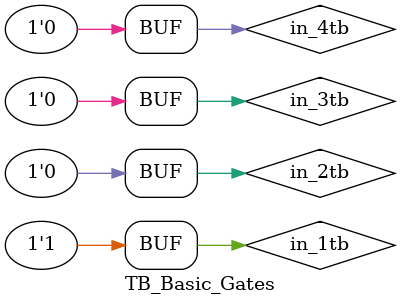
<source format=v>
`timescale 1ns / 1ps


module TB_Basic_Gates();

    reg in_1tb, in_2tb, in_3tb, in_4tb;
    wire out_not, out_and, out_or, out_nand, out_nor, out_xor, out_xnor;
    
    Basic_Gates uut(in_1tb,in_2tb, in_3tb, in_4tb,out_not, out_and, out_or, out_nand, out_nor, out_xor, out_xnor);
    
    initial 
    begin 
    in_1tb=0; in_2tb=0; in_3tb=0; in_4tb=0;#10
    in_1tb=0; in_2tb=0; in_3tb=0; in_4tb=1;#10
    in_1tb=0; in_2tb=0; in_3tb=1; in_4tb=1;#10
    in_1tb=0; in_2tb=1; in_3tb=1; in_4tb=1;#10
    in_1tb=1; in_2tb=1; in_3tb=1; in_4tb=0;#10
    in_1tb=1; in_2tb=1; in_3tb=1; in_4tb=1;#10
    in_1tb=1; in_2tb=1; in_3tb=0; in_4tb=0;#10
    in_1tb=1; in_2tb=0; in_3tb=0; in_4tb=0;
    end
endmodule

</source>
